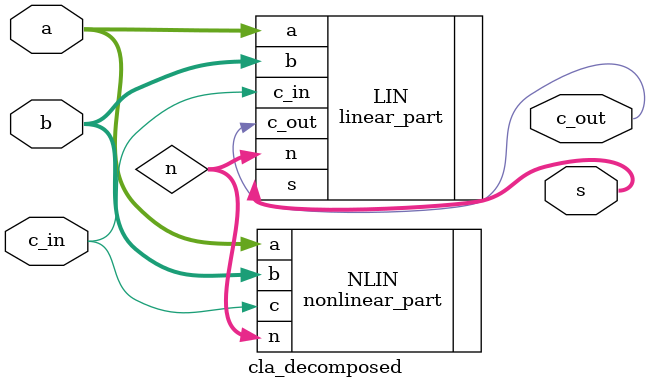
<source format=v>
module cla_decomposed(a,b, c_in ,s,c_out);

parameter NBIT = 4; //Number of bits of the adder
parameter NNL= 56; //Number of bits of the non linear input
 
input [NBIT-1:0]  a,b;
input             c_in;
output [NBIT-1:0] s;
output           c_out;

wire [NNL-1:0]   n;

nonlinear_part
NLIN(
        .a (a),
        .b (b),
        .c (c_in),
        .n (n)
);

linear_part
LIN(
        .a (a),
        .b (b),
        .c_in (c_in), //first carry in is zero
        .n (n),
        .s (s),
        .c_out(c_out)
);

endmodule

</source>
